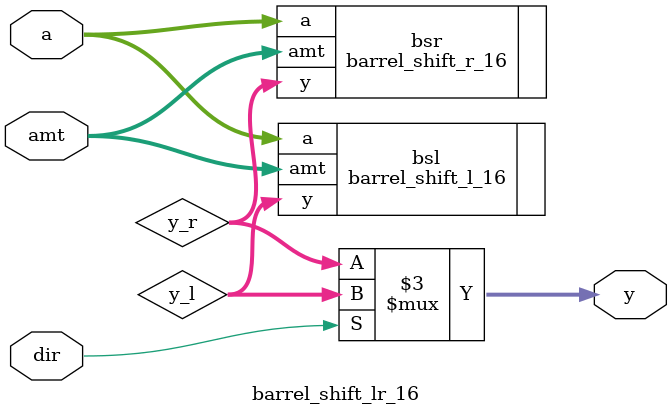
<source format=sv>
`timescale 1ns / 1ps

module barrel_shift_lr_16(
    input logic [15:0] a,
    input logic dir,
    input logic [3:0] amt,
    output logic [15:0] y
    );
    
    logic [15:0] y_l;
    logic [15:0] y_r;
    
    barrel_shift_l_16 bsl(.a(a), .amt(amt), .y(y_l));
    barrel_shift_r_16 bsr(.a(a), .amt(amt), .y(y_r));
    
    always_comb
        if (dir)
            y = y_l;
        else
            y = y_r;
endmodule

</source>
